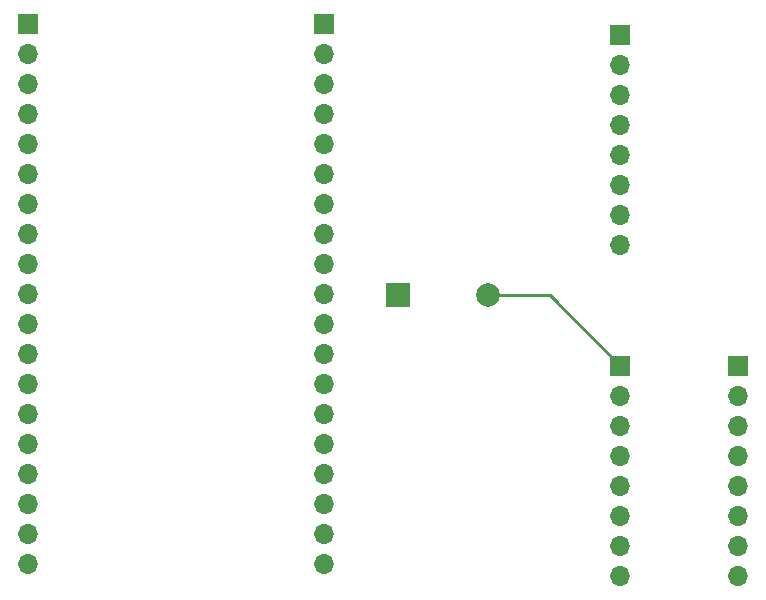
<source format=gbr>
%TF.GenerationSoftware,KiCad,Pcbnew,(6.0.7)*%
%TF.CreationDate,2022-12-05T15:03:58-06:00*%
%TF.ProjectId,oxPSB,6f785053-422e-46b6-9963-61645f706362,rev?*%
%TF.SameCoordinates,Original*%
%TF.FileFunction,Copper,L2,Bot*%
%TF.FilePolarity,Positive*%
%FSLAX46Y46*%
G04 Gerber Fmt 4.6, Leading zero omitted, Abs format (unit mm)*
G04 Created by KiCad (PCBNEW (6.0.7)) date 2022-12-05 15:03:58*
%MOMM*%
%LPD*%
G01*
G04 APERTURE LIST*
%TA.AperFunction,ComponentPad*%
%ADD10R,1.700000X1.700000*%
%TD*%
%TA.AperFunction,ComponentPad*%
%ADD11O,1.700000X1.700000*%
%TD*%
%TA.AperFunction,ComponentPad*%
%ADD12R,2.000000X2.000000*%
%TD*%
%TA.AperFunction,ComponentPad*%
%ADD13C,2.000000*%
%TD*%
%TA.AperFunction,Conductor*%
%ADD14C,0.250000*%
%TD*%
G04 APERTURE END LIST*
D10*
%TO.P,J5,1,Pin_1*%
%TO.N,Earth*%
X91109800Y-51917600D03*
D11*
%TO.P,J5,2,Pin_2*%
%TO.N,VCC*%
X91109800Y-54457600D03*
%TO.P,J5,3,Pin_3*%
%TO.N,Net-(J1-Pad17)*%
X91109800Y-56997600D03*
%TO.P,J5,4,Pin_4*%
%TO.N,Net-(J1-Pad14)*%
X91109800Y-59537600D03*
%TO.P,J5,5,Pin_5*%
%TO.N,unconnected-(J5-Pad5)*%
X91109800Y-62077600D03*
%TO.P,J5,6,Pin_6*%
%TO.N,unconnected-(J5-Pad6)*%
X91109800Y-64617600D03*
%TO.P,J5,7,Pin_7*%
%TO.N,unconnected-(J5-Pad7)*%
X91109800Y-67157600D03*
%TO.P,J5,8,Pin_8*%
%TO.N,unconnected-(J5-Pad8)*%
X91109800Y-69697600D03*
%TD*%
D10*
%TO.P,J4,1,Pin_1*%
%TO.N,unconnected-(J4-Pad1)*%
X101109800Y-79917600D03*
D11*
%TO.P,J4,2,Pin_2*%
%TO.N,unconnected-(J4-Pad2)*%
X101109800Y-82457600D03*
%TO.P,J4,3,Pin_3*%
%TO.N,unconnected-(J4-Pad3)*%
X101109800Y-84997600D03*
%TO.P,J4,4,Pin_4*%
%TO.N,unconnected-(J4-Pad4)*%
X101109800Y-87537600D03*
%TO.P,J4,5,Pin_5*%
%TO.N,unconnected-(J4-Pad5)*%
X101109800Y-90077600D03*
%TO.P,J4,6,Pin_6*%
%TO.N,unconnected-(J4-Pad6)*%
X101109800Y-92617600D03*
%TO.P,J4,7,Pin_7*%
%TO.N,unconnected-(J4-Pad7)*%
X101109800Y-95157600D03*
%TO.P,J4,8,Pin_8*%
%TO.N,unconnected-(J4-Pad8)*%
X101109800Y-97697600D03*
%TD*%
%TO.P,J3,8,Pin_8*%
%TO.N,unconnected-(J3-Pad8)*%
X91109800Y-97697600D03*
%TO.P,J3,7,Pin_7*%
%TO.N,unconnected-(J3-Pad7)*%
X91109800Y-95157600D03*
%TO.P,J3,6,Pin_6*%
%TO.N,unconnected-(J3-Pad6)*%
X91109800Y-92617600D03*
%TO.P,J3,5,Pin_5*%
%TO.N,unconnected-(J3-Pad5)*%
X91109800Y-90077600D03*
%TO.P,J3,4,Pin_4*%
%TO.N,VCC*%
X91109800Y-87537600D03*
%TO.P,J3,3,Pin_3*%
%TO.N,Net-(J1-Pad14)*%
X91109800Y-84997600D03*
%TO.P,J3,2,Pin_2*%
%TO.N,Net-(J1-Pad17)*%
X91109800Y-82457600D03*
D10*
%TO.P,J3,1,Pin_1*%
%TO.N,Earth*%
X91109800Y-79917600D03*
%TD*%
%TO.P,J2,1,Pin_1*%
%TO.N,unconnected-(J2-Pad1)*%
X66000000Y-51000000D03*
D11*
%TO.P,J2,2,Pin_2*%
%TO.N,unconnected-(J2-Pad2)*%
X66000000Y-53540000D03*
%TO.P,J2,3,Pin_3*%
%TO.N,unconnected-(J2-Pad3)*%
X66000000Y-56080000D03*
%TO.P,J2,4,Pin_4*%
%TO.N,unconnected-(J2-Pad4)*%
X66000000Y-58620000D03*
%TO.P,J2,5,Pin_5*%
%TO.N,unconnected-(J2-Pad5)*%
X66000000Y-61160000D03*
%TO.P,J2,6,Pin_6*%
%TO.N,Earth*%
X66000000Y-63700000D03*
%TO.P,J2,7,Pin_7*%
%TO.N,unconnected-(J2-Pad7)*%
X66000000Y-66240000D03*
%TO.P,J2,8,Pin_8*%
%TO.N,unconnected-(J2-Pad8)*%
X66000000Y-68780000D03*
%TO.P,J2,9,Pin_9*%
%TO.N,unconnected-(J2-Pad9)*%
X66000000Y-71320000D03*
%TO.P,J2,10,Pin_10*%
%TO.N,Net-(BZ1-Pad1)*%
X66000000Y-73860000D03*
%TO.P,J2,11,Pin_11*%
%TO.N,unconnected-(J2-Pad11)*%
X66000000Y-76400000D03*
%TO.P,J2,12,Pin_12*%
%TO.N,unconnected-(J2-Pad12)*%
X66000000Y-78940000D03*
%TO.P,J2,13,Pin_13*%
%TO.N,unconnected-(J2-Pad13)*%
X66000000Y-81480000D03*
%TO.P,J2,14,Pin_14*%
%TO.N,unconnected-(J2-Pad14)*%
X66000000Y-84020000D03*
%TO.P,J2,15,Pin_15*%
%TO.N,unconnected-(J2-Pad15)*%
X66000000Y-86560000D03*
%TO.P,J2,16,Pin_16*%
%TO.N,unconnected-(J2-Pad16)*%
X66000000Y-89100000D03*
%TO.P,J2,17,Pin_17*%
%TO.N,unconnected-(J2-Pad17)*%
X66000000Y-91640000D03*
%TO.P,J2,18,Pin_18*%
%TO.N,unconnected-(J2-Pad18)*%
X66000000Y-94180000D03*
%TO.P,J2,19,Pin_19*%
%TO.N,VCC*%
X66000000Y-96720000D03*
%TD*%
D10*
%TO.P,J1,1,Pin_1*%
%TO.N,unconnected-(J1-Pad1)*%
X41000000Y-51000000D03*
D11*
%TO.P,J1,2,Pin_2*%
%TO.N,unconnected-(J1-Pad2)*%
X41000000Y-53540000D03*
%TO.P,J1,3,Pin_3*%
%TO.N,unconnected-(J1-Pad3)*%
X41000000Y-56080000D03*
%TO.P,J1,4,Pin_4*%
%TO.N,unconnected-(J1-Pad4)*%
X41000000Y-58620000D03*
%TO.P,J1,5,Pin_5*%
%TO.N,unconnected-(J1-Pad5)*%
X41000000Y-61160000D03*
%TO.P,J1,6,Pin_6*%
%TO.N,unconnected-(J1-Pad6)*%
X41000000Y-63700000D03*
%TO.P,J1,7,Pin_7*%
%TO.N,unconnected-(J1-Pad7)*%
X41000000Y-66240000D03*
%TO.P,J1,8,Pin_8*%
%TO.N,unconnected-(J1-Pad8)*%
X41000000Y-68780000D03*
%TO.P,J1,9,Pin_9*%
%TO.N,unconnected-(J1-Pad9)*%
X41000000Y-71320000D03*
%TO.P,J1,10,Pin_10*%
%TO.N,unconnected-(J1-Pad10)*%
X41000000Y-73860000D03*
%TO.P,J1,11,Pin_11*%
%TO.N,unconnected-(J1-Pad11)*%
X41000000Y-76400000D03*
%TO.P,J1,12,Pin_12*%
%TO.N,unconnected-(J1-Pad12)*%
X41000000Y-78940000D03*
%TO.P,J1,13,Pin_13*%
%TO.N,Earth*%
X41000000Y-81480000D03*
%TO.P,J1,14,Pin_14*%
%TO.N,Net-(J1-Pad14)*%
X41000000Y-84020000D03*
%TO.P,J1,15,Pin_15*%
%TO.N,unconnected-(J1-Pad15)*%
X41000000Y-86560000D03*
%TO.P,J1,16,Pin_16*%
%TO.N,unconnected-(J1-Pad16)*%
X41000000Y-89100000D03*
%TO.P,J1,17,Pin_17*%
%TO.N,Net-(J1-Pad17)*%
X41000000Y-91640000D03*
%TO.P,J1,18,Pin_18*%
%TO.N,unconnected-(J1-Pad18)*%
X41000000Y-94180000D03*
%TO.P,J1,19,Pin_19*%
%TO.N,unconnected-(J1-Pad19)*%
X41000000Y-96720000D03*
%TD*%
D12*
%TO.P,BZ1,1,-*%
%TO.N,Net-(BZ1-Pad1)*%
X72323800Y-73964800D03*
D13*
%TO.P,BZ1,2,+*%
%TO.N,Earth*%
X79923800Y-73964800D03*
%TD*%
D14*
%TO.N,Earth*%
X85157000Y-73964800D02*
X91109800Y-79917600D01*
X79923800Y-73964800D02*
X85157000Y-73964800D01*
%TD*%
M02*

</source>
